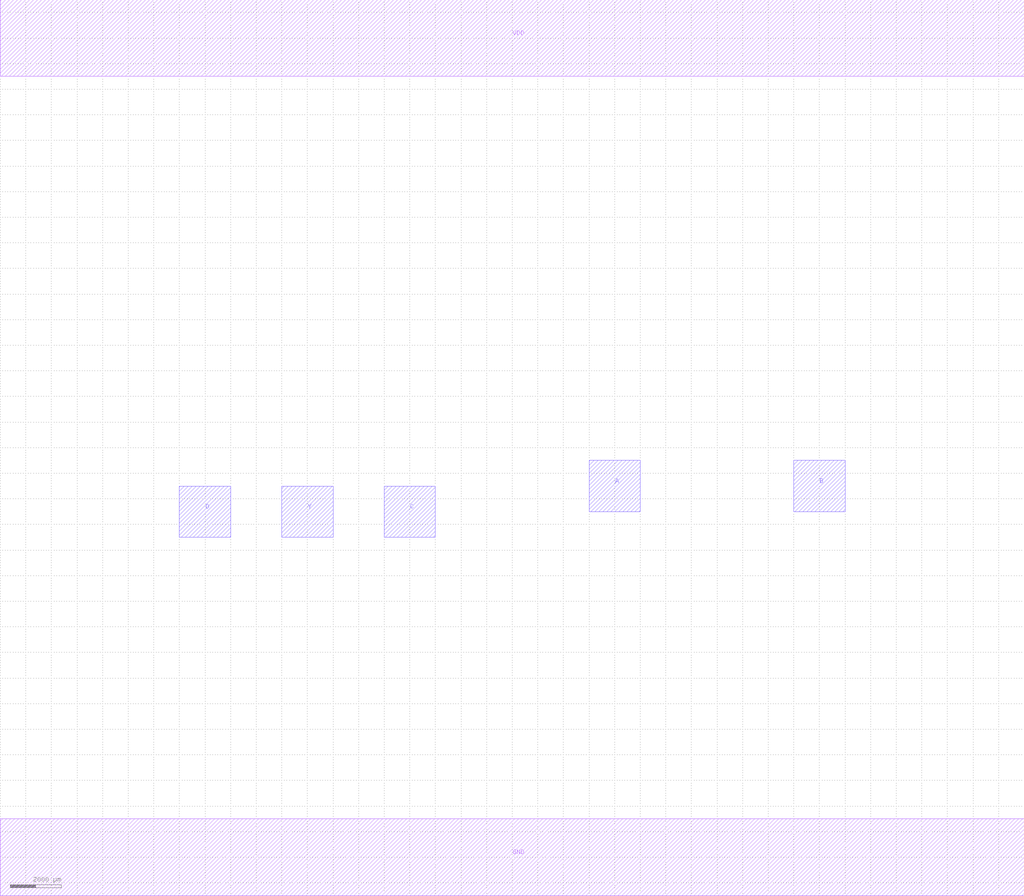
<source format=lef>
MACRO OAI22X1
 CLASS CORE ;
 ORIGIN 0 0 ;
 FOREIGN OAI22X1 0 0 ;
 SITE CORE ;
 SYMMETRY X Y R90 ;
  PIN VDD
   DIRECTION INOUT ;
   USE SIGNAL ;
   SHAPE ABUTMENT ;
    PORT
     CLASS CORE ;
       LAYER metal1 ;
        RECT 0.00000000 30500.00000000 40000.00000000 33500.00000000 ;
    END
  END VDD

  PIN GND
   DIRECTION INOUT ;
   USE SIGNAL ;
   SHAPE ABUTMENT ;
    PORT
     CLASS CORE ;
       LAYER metal1 ;
        RECT 0.00000000 -1500.00000000 40000.00000000 1500.00000000 ;
    END
  END GND

  PIN D
   DIRECTION INOUT ;
   USE SIGNAL ;
   SHAPE ABUTMENT ;
    PORT
     CLASS CORE ;
       LAYER metal2 ;
        RECT 7000.00000000 12500.00000000 9000.00000000 14500.00000000 ;
    END
  END D

  PIN C
   DIRECTION INOUT ;
   USE SIGNAL ;
   SHAPE ABUTMENT ;
    PORT
     CLASS CORE ;
       LAYER metal2 ;
        RECT 15000.00000000 12500.00000000 17000.00000000 14500.00000000 ;
    END
  END C

  PIN A
   DIRECTION INOUT ;
   USE SIGNAL ;
   SHAPE ABUTMENT ;
    PORT
     CLASS CORE ;
       LAYER metal2 ;
        RECT 23000.00000000 13500.00000000 25000.00000000 15500.00000000 ;
    END
  END A

  PIN B
   DIRECTION INOUT ;
   USE SIGNAL ;
   SHAPE ABUTMENT ;
    PORT
     CLASS CORE ;
       LAYER metal2 ;
        RECT 31000.00000000 13500.00000000 33000.00000000 15500.00000000 ;
    END
  END B

  PIN Y
   DIRECTION INOUT ;
   USE SIGNAL ;
   SHAPE ABUTMENT ;
    PORT
     CLASS CORE ;
       LAYER metal2 ;
        RECT 11000.00000000 12500.00000000 13000.00000000 14500.00000000 ;
    END
  END Y


END OAI22X1

</source>
